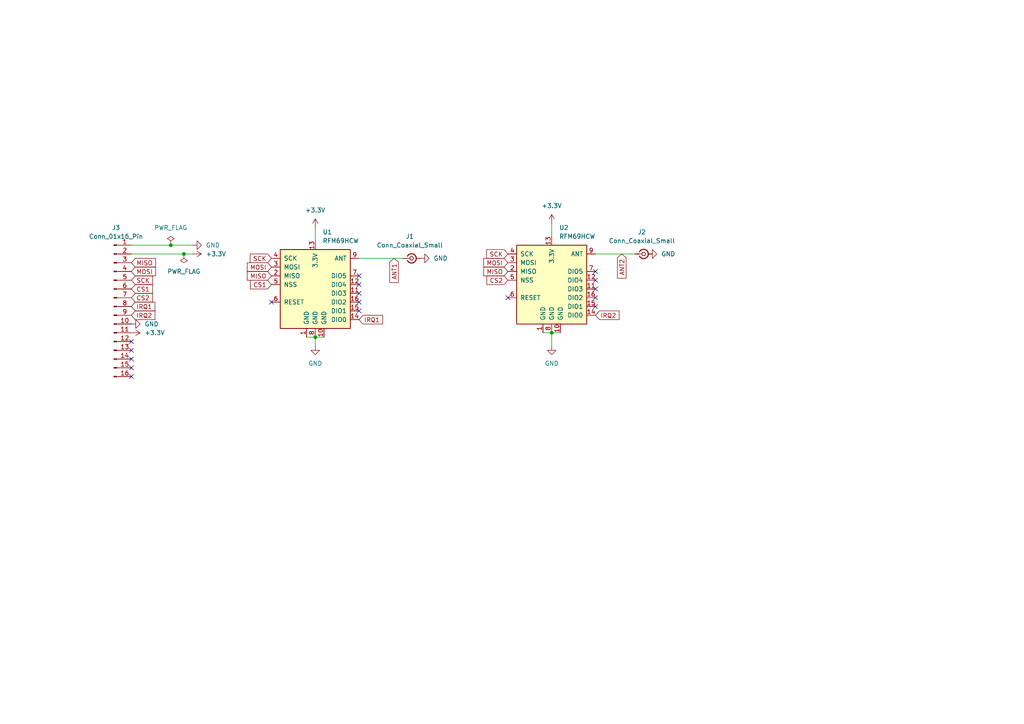
<source format=kicad_sch>
(kicad_sch (version 20250114) (generator "eeschema") (generator_version "9.0")
  (paper "A4")
  (lib_symbols
    (symbol "Connector:Conn_01x16_Pin" (pin_names (offset 1.016) (hide yes))
      (property "Reference" "J" (at 0 20.32 0))
      (property "Value" "Conn_01x16_Pin" (at 0 -22.86 0))
      (symbol "Conn_01x16_Pin_1_1"
        (rectangle (start 0.8636 17.907) (end 0 17.653) (stroke (width 0.1524)) (fill (type outline)))
        (rectangle (start 0.8636 15.367) (end 0 15.113) (stroke (width 0.1524)) (fill (type outline)))
        (rectangle (start 0.8636 12.827) (end 0 12.573) (stroke (width 0.1524)) (fill (type outline)))
        (rectangle (start 0.8636 10.287) (end 0 10.033) (stroke (width 0.1524)) (fill (type outline)))
        (rectangle (start 0.8636 7.747) (end 0 7.493) (stroke (width 0.1524)) (fill (type outline)))
        (rectangle (start 0.8636 5.207) (end 0 4.953) (stroke (width 0.1524)) (fill (type outline)))
        (rectangle (start 0.8636 2.667) (end 0 2.413) (stroke (width 0.1524)) (fill (type outline)))
        (rectangle (start 0.8636 0.127) (end 0 -0.127) (stroke (width 0.1524)) (fill (type outline)))
        (rectangle (start 0.8636 -2.413) (end 0 -2.667) (stroke (width 0.1524)) (fill (type outline)))
        (rectangle (start 0.8636 -4.953) (end 0 -5.207) (stroke (width 0.1524)) (fill (type outline)))
        (rectangle (start 0.8636 -7.493) (end 0 -7.747) (stroke (width 0.1524)) (fill (type outline)))
        (rectangle (start 0.8636 -10.033) (end 0 -10.287) (stroke (width 0.1524)) (fill (type outline)))
        (rectangle (start 0.8636 -12.573) (end 0 -12.827) (stroke (width 0.1524)) (fill (type outline)))
        (rectangle (start 0.8636 -15.113) (end 0 -15.367) (stroke (width 0.1524)) (fill (type outline)))
        (rectangle (start 0.8636 -17.653) (end 0 -17.907) (stroke (width 0.1524)) (fill (type outline)))
        (rectangle (start 0.8636 -20.193) (end 0 -20.447) (stroke (width 0.1524)) (fill (type outline)))
        (polyline (pts (xy 1.27 17.78) (xy 0.8636 17.78)) (stroke (width 0.1524)))
        (polyline (pts (xy 1.27 15.24) (xy 0.8636 15.24)) (stroke (width 0.1524)))
        (polyline (pts (xy 1.27 12.7) (xy 0.8636 12.7)) (stroke (width 0.1524)))
        (polyline (pts (xy 1.27 10.16) (xy 0.8636 10.16)) (stroke (width 0.1524)))
        (polyline (pts (xy 1.27 7.62) (xy 0.8636 7.62)) (stroke (width 0.1524)))
        (polyline (pts (xy 1.27 5.08) (xy 0.8636 5.08)) (stroke (width 0.1524)))
        (polyline (pts (xy 1.27 2.54) (xy 0.8636 2.54)) (stroke (width 0.1524)))
        (polyline (pts (xy 1.27 0) (xy 0.8636 0)) (stroke (width 0.1524)))
        (polyline (pts (xy 1.27 -2.54) (xy 0.8636 -2.54)) (stroke (width 0.1524)))
        (polyline (pts (xy 1.27 -5.08) (xy 0.8636 -5.08)) (stroke (width 0.1524)))
        (polyline (pts (xy 1.27 -7.62) (xy 0.8636 -7.62)) (stroke (width 0.1524)))
        (polyline (pts (xy 1.27 -10.16) (xy 0.8636 -10.16)) (stroke (width 0.1524)))
        (polyline (pts (xy 1.27 -12.7) (xy 0.8636 -12.7)) (stroke (width 0.1524)))
        (polyline (pts (xy 1.27 -15.24) (xy 0.8636 -15.24)) (stroke (width 0.1524)))
        (polyline (pts (xy 1.27 -17.78) (xy 0.8636 -17.78)) (stroke (width 0.1524)))
        (polyline (pts (xy 1.27 -20.32) (xy 0.8636 -20.32)) (stroke (width 0.1524)))
        (pin passive line (at 5.08 17.78 180) (length 3.81) (name "Pin_1") (number "1"))
        (pin passive line (at 5.08 15.24 180) (length 3.81) (name "Pin_2") (number "2"))
        (pin passive line (at 5.08 12.7 180) (length 3.81) (name "Pin_3") (number "3"))
        (pin passive line (at 5.08 10.16 180) (length 3.81) (name "Pin_4") (number "4"))
        (pin passive line (at 5.08 7.62 180) (length 3.81) (name "Pin_5") (number "5"))
        (pin passive line (at 5.08 5.08 180) (length 3.81) (name "Pin_6") (number "6"))
        (pin passive line (at 5.08 2.54 180) (length 3.81) (name "Pin_7") (number "7"))
        (pin passive line (at 5.08 0 180) (length 3.81) (name "Pin_8") (number "8"))
        (pin passive line (at 5.08 -2.54 180) (length 3.81) (name "Pin_9") (number "9"))
        (pin passive line (at 5.08 -5.08 180) (length 3.81) (name "Pin_10") (number "10"))
        (pin passive line (at 5.08 -7.62 180) (length 3.81) (name "Pin_11") (number "11"))
        (pin passive line (at 5.08 -10.16 180) (length 3.81) (name "Pin_12") (number "12"))
        (pin passive line (at 5.08 -12.7 180) (length 3.81) (name "Pin_13") (number "13"))
        (pin passive line (at 5.08 -15.24 180) (length 3.81) (name "Pin_14") (number "14"))
        (pin passive line (at 5.08 -17.78 180) (length 3.81) (name "Pin_15") (number "15"))
        (pin passive line (at 5.08 -20.32 180) (length 3.81) (name "Pin_16") (number "16"))
      )
    )
    (symbol "Connector:Conn_Coaxial_Small" (pin_numbers (hide yes)) (pin_names (offset 1.016) (hide yes))
      (property "Reference" "J" (at 0.254 3.048 0))
      (property "Value" "Conn_Coaxial_Small" (at 0 -3.81 0))
      (symbol "Conn_Coaxial_Small_0_1"
        (polyline (pts (xy -2.54 0) (xy -0.508 0)))
        (circle (center 0 0) (radius 0.508) (stroke (width 0.2032)))
      )
      (symbol "Conn_Coaxial_Small_1_1"
        (arc (start 1.3484 0.0039) (mid 0.327 -1.308) (end -1.1916 -0.6311) (stroke (width 0.3048)))
        (arc (start -1.1916 0.6311) (mid 0.327 1.3081) (end 1.3484 -0.0039) (stroke (width 0.3048)))
        (pin passive line (at -2.54 0 0) (length 1.27) (name "In") (number "1"))
        (pin passive line (at 2.54 0 180) (length 1.27) (name "Ext") (number "2"))
      )
    )
    (symbol "RFM69HCW_1" (pin_names (offset 1.016))
      (property "Reference" "U1" (at 2.1433 15.24 0))
      (property "Value" "RFM69HCW" (at 2.1433 12.7 0))
      (symbol "RFM69HCW_1_0_1"
        (rectangle (start -10.16 10.16) (end 10.16 -12.7) (stroke (width 0.254)) (fill (type background)))
      )
      (symbol "RFM69HCW_1_1_1"
        (pin input line (at -12.7 7.62 0) (length 2.54) (name "SCK") (number "4"))
        (pin input line (at -12.7 5.08 0) (length 2.54) (name "MOSI") (number "3"))
        (pin passive line (at -12.7 2.54 0) (length 2.54) (name "MISO") (number "2"))
        (pin input line (at -12.7 0 0) (length 2.54) (name "NSS") (number "5"))
        (pin bidirectional line (at -12.7 -5.08 0) (length 2.54) (name "RESET") (number "6"))
        (pin power_in line (at -2.54 -15.24 90) (length 2.54) (name "GND") (number "1"))
        (pin power_in line (at 0 12.7 270) (length 2.54) (name "3.3V") (number "13"))
        (pin power_in line (at 0 -15.24 90) (length 2.54) (name "GND") (number "8"))
        (pin power_in line (at 2.54 -15.24 90) (length 2.54) (name "GND") (number "10"))
        (pin bidirectional line (at 12.7 7.62 180) (length 2.54) (name "ANT") (number "9"))
        (pin bidirectional line (at 12.7 2.54 180) (length 2.54) (name "DIO5") (number "7"))
        (pin bidirectional line (at 12.7 0 180) (length 2.54) (name "DIO4") (number "12"))
        (pin bidirectional line (at 12.7 -2.54 180) (length 2.54) (name "DIO3") (number "11"))
        (pin bidirectional line (at 12.7 -5.08 180) (length 2.54) (name "DIO2") (number "16"))
        (pin bidirectional line (at 12.7 -7.62 180) (length 2.54) (name "DIO1") (number "15"))
        (pin bidirectional line (at 12.7 -10.16 180) (length 2.54) (name "DIO0") (number "14"))
      )
    )
    (symbol "RF_Module:RFM69HCW" (pin_names (offset 1.016))
      (property "Reference" "U" (at -10.414 11.684 0))
      (property "Value" "RFM69HCW" (at 1.524 11.43 0))
      (symbol "RFM69HCW_0_1"
        (rectangle (start -10.16 10.16) (end 10.16 -12.7) (stroke (width 0.254)) (fill (type background)))
      )
      (symbol "RFM69HCW_1_1"
        (pin input line (at -12.7 7.62 0) (length 2.54) (name "SCK") (number "4"))
        (pin input line (at -12.7 5.08 0) (length 2.54) (name "MOSI") (number "3"))
        (pin output line (at -12.7 2.54 0) (length 2.54) (name "MISO") (number "2"))
        (pin input line (at -12.7 0 0) (length 2.54) (name "NSS") (number "5"))
        (pin bidirectional line (at -12.7 -5.08 0) (length 2.54) (name "RESET") (number "6"))
        (pin power_in line (at -2.54 -15.24 90) (length 2.54) (name "GND") (number "1"))
        (pin power_in line (at 0 12.7 270) (length 2.54) (name "3.3V") (number "13"))
        (pin power_in line (at 0 -15.24 90) (length 2.54) (name "GND") (number "8"))
        (pin power_in line (at 2.54 -15.24 90) (length 2.54) (name "GND") (number "10"))
        (pin bidirectional line (at 12.7 7.62 180) (length 2.54) (name "ANT") (number "9"))
        (pin bidirectional line (at 12.7 2.54 180) (length 2.54) (name "DIO5") (number "7"))
        (pin bidirectional line (at 12.7 0 180) (length 2.54) (name "DIO4") (number "12"))
        (pin bidirectional line (at 12.7 -2.54 180) (length 2.54) (name "DIO3") (number "11"))
        (pin bidirectional line (at 12.7 -5.08 180) (length 2.54) (name "DIO2") (number "16"))
        (pin bidirectional line (at 12.7 -7.62 180) (length 2.54) (name "DIO1") (number "15"))
        (pin bidirectional line (at 12.7 -10.16 180) (length 2.54) (name "DIO0") (number "14"))
      )
    )
    (symbol "power:+3.3V" (power) (pin_numbers (hide yes)) (pin_names (offset 0) (hide yes))
      (property "Value" "+3.3V" (at 0 3.556 0))
      (symbol "+3.3V_0_1"
        (polyline (pts (xy -0.762 1.27) (xy 0 2.54)))
        (polyline (pts (xy 0 2.54) (xy 0.762 1.27)))
        (polyline (pts (xy 0 0) (xy 0 2.54)))
      )
      (symbol "+3.3V_1_1"
        (pin power_in line (at 0 0 90) (length 0) (name "~") (number "1"))
      )
    )
    (symbol "power:GND" (power) (pin_numbers (hide yes)) (pin_names (offset 0) (hide yes))
      (property "Value" "GND" (at 0 -3.81 0))
      (symbol "GND_0_1"
        (polyline (pts (xy 0 0) (xy 0 -1.27) (xy 1.27 -1.27) (xy 0 -2.54) (xy -1.27 -1.27) (xy 0 -1.27)))
      )
      (symbol "GND_1_1"
        (pin power_in line (at 0 0 270) (length 0) (name "~") (number "1"))
      )
    )
    (symbol "power:PWR_FLAG" (power) (pin_numbers (hide yes)) (pin_names (offset 0) (hide yes))
      (property "Value" "PWR_FLAG" (at 0 3.81 0))
      (symbol "PWR_FLAG_0_0"
        (pin power_out line (at 0 0 90) (length 0) (name "~") (number "1"))
      )
      (symbol "PWR_FLAG_0_1"
        (polyline (pts (xy 0 0) (xy 0 1.27) (xy -1.016 1.905) (xy 0 2.54) (xy 1.016 1.905) (xy 0 1.27)))
      )
    )
  )
  (junction (at 49.53 71.12))
  (junction (at 160.02 96.52))
  (junction (at 53.34 73.66))
  (junction (at 91.44 97.79))
  (no_connect (at 104.14 87.63))
  (no_connect (at 38.1 106.68))
  (no_connect (at 38.1 101.6))
  (no_connect (at 172.72 83.82))
  (no_connect (at 147.32 86.36))
  (no_connect (at 78.74 87.63))
  (no_connect (at 172.72 88.9))
  (no_connect (at 104.14 85.09))
  (no_connect (at 38.1 109.22))
  (no_connect (at 104.14 82.55))
  (no_connect (at 172.72 81.28))
  (no_connect (at 172.72 86.36))
  (no_connect (at 104.14 80.01))
  (no_connect (at 38.1 104.14))
  (no_connect (at 38.1 99.06))
  (no_connect (at 104.14 90.17))
  (no_connect (at 172.72 78.74))
  (wire (pts (xy 160.02 100.33) (xy 160.02 96.52)))
  (wire (pts (xy 49.53 71.12) (xy 38.1 71.12)))
  (wire (pts (xy 91.44 97.79) (xy 93.98 97.79)))
  (wire (pts (xy 160.02 96.52) (xy 162.56 96.52)))
  (wire (pts (xy 184.15 73.66) (xy 172.72 73.66)))
  (wire (pts (xy 157.48 96.52) (xy 160.02 96.52)))
  (wire (pts (xy 116.84 74.93) (xy 104.14 74.93)))
  (wire (pts (xy 91.44 100.33) (xy 91.44 97.79)))
  (wire (pts (xy 189.23 73.66) (xy 187.96 73.66)))
  (wire (pts (xy 160.02 64.77) (xy 160.02 68.58)))
  (wire (pts (xy 88.9 97.79) (xy 91.44 97.79)))
  (wire (pts (xy 55.88 71.12) (xy 49.53 71.12)))
  (wire (pts (xy 53.34 73.66) (xy 38.1 73.66)))
  (wire (pts (xy 91.44 66.04) (xy 91.44 69.85)))
  (wire (pts (xy 55.88 73.66) (xy 53.34 73.66)))
  (global_label "MOSI" (shape input) (at 147.32 76.2 180) (property "Intersheetrefs" "${INTERSHEET_REFS}" (effects (hide yes))))
  (global_label "ANT1" (shape input) (at 114.3 74.93 270) (property "Intersheetrefs" "${INTERSHEET_REFS}" (effects (hide yes))))
  (global_label "SCK" (shape input) (at 38.1 81.28 0) (property "Intersheetrefs" "${INTERSHEET_REFS}" (effects (hide yes))))
  (global_label "MISO" (shape input) (at 78.74 80.01 180) (property "Intersheetrefs" "${INTERSHEET_REFS}" (effects (hide yes))))
  (global_label "SCK" (shape input) (at 78.74 74.93 180) (property "Intersheetrefs" "${INTERSHEET_REFS}" (effects (hide yes))))
  (global_label "MISO" (shape input) (at 147.32 78.74 180) (property "Intersheetrefs" "${INTERSHEET_REFS}" (effects (hide yes))))
  (global_label "CS1" (shape input) (at 78.74 82.55 180) (property "Intersheetrefs" "${INTERSHEET_REFS}" (effects (hide yes))))
  (global_label "MISO" (shape input) (at 38.1 76.2 0) (property "Intersheetrefs" "${INTERSHEET_REFS}" (effects (hide yes))))
  (global_label "CS2" (shape input) (at 38.1 86.36 0) (property "Intersheetrefs" "${INTERSHEET_REFS}" (effects (hide yes))))
  (global_label "CS2" (shape input) (at 147.32 81.28 180) (property "Intersheetrefs" "${INTERSHEET_REFS}" (effects (hide yes))))
  (global_label "ANT2" (shape input) (at 180.34 73.66 270) (property "Intersheetrefs" "${INTERSHEET_REFS}" (effects (hide yes))))
  (global_label "IRQ1" (shape input) (at 104.14 92.71 0) (property "Intersheetrefs" "${INTERSHEET_REFS}" (effects (hide yes))))
  (global_label "IRQ2" (shape input) (at 172.72 91.44 0) (property "Intersheetrefs" "${INTERSHEET_REFS}" (effects (hide yes))))
  (global_label "IRQ1" (shape input) (at 38.1 88.9 0) (property "Intersheetrefs" "${INTERSHEET_REFS}" (effects (hide yes))))
  (global_label "CS1" (shape input) (at 38.1 83.82 0) (property "Intersheetrefs" "${INTERSHEET_REFS}" (effects (hide yes))))
  (global_label "MOSI" (shape input) (at 78.74 77.47 180) (property "Intersheetrefs" "${INTERSHEET_REFS}" (effects (hide yes))))
  (global_label "MOSI" (shape input) (at 38.1 78.74 0) (property "Intersheetrefs" "${INTERSHEET_REFS}" (effects (hide yes))))
  (global_label "IRQ2" (shape input) (at 38.1 91.44 0) (property "Intersheetrefs" "${INTERSHEET_REFS}" (effects (hide yes))))
  (global_label "SCK" (shape input) (at 147.32 73.66 180) (property "Intersheetrefs" "${INTERSHEET_REFS}" (effects (hide yes))))
  (symbol (lib_id "power:+3.3V") (at 55.88 73.66 270) (unit 1)
    (property "Reference" "#PWR08" (effects (hide yes)))
    (property "Value" "+3.3V" (at 59.69 73.6599 90) (effects (justify left)))
    (property "Description" "Power symbol creates a global label with name \"+3.3V\"" (effects (hide yes)))
  )
  (symbol (lib_id "power:GND") (at 160.02 100.33 0) (unit 1)
    (property "Reference" "#PWR02" (effects (hide yes)))
    (property "Value" "GND" (at 160.02 105.41 0))
    (property "Description" "Power symbol creates a global label with name \"GND\" , ground" (effects (hide yes)))
  )
  (symbol (lib_id "power:GND") (at 187.96 73.66 90) (unit 1)
    (property "Reference" "#PWR06" (effects (hide yes)))
    (property "Value" "GND" (at 191.77 73.6599 90) (effects (justify right)))
    (property "Description" "Power symbol creates a global label with name \"GND\" , ground" (effects (hide yes)))
  )
  (symbol (lib_id "power:GND") (at 121.92 74.93 90) (unit 1)
    (property "Reference" "#PWR05" (effects (hide yes)))
    (property "Value" "GND" (at 125.73 74.9299 90) (effects (justify right)))
    (property "Description" "Power symbol creates a global label with name \"GND\" , ground" (effects (hide yes)))
  )
  (symbol (lib_id "Connector:Conn_01x16_Pin") (at 33.02 88.9 0) (unit 1)
    (property "Reference" "J3" (at 33.655 66.04 0))
    (property "Value" "Conn_01x16_Pin" (at 33.655 68.58 0))
    (property "Footprint" "Connector_FFC-FPC:TE_1-84952-6_1x16-1MP_P1.0mm_Horizontal" (effects (hide yes)))
    (property "Description" "Generic connector, single row, 01x16, script generated" (effects (hide yes)))
  )
  (symbol (lib_id "power:GND") (at 55.88 71.12 90) (unit 1)
    (property "Reference" "#PWR07" (effects (hide yes)))
    (property "Value" "GND" (at 59.69 71.1199 90) (effects (justify right)))
    (property "Description" "Power symbol creates a global label with name \"GND\" , ground" (effects (hide yes)))
  )
  (symbol (lib_id "RF_Module:RFM69HCW") (at 160.02 81.28 0) (unit 1)
    (property "Reference" "U2" (at 162.1633 66.04 0) (effects (justify left)))
    (property "Value" "RFM69HCW" (at 162.1633 68.58 0) (effects (justify left)))
    (property "Footprint" "RF_Module:HOPERF_RFM9XW_SMD" (effects (hide yes)))
    (property "Datasheet" "https://www.hoperf.com/data/upload/portal/20181127/5bfcb8284d838.pdf" (effects (hide yes)))
    (property "Description" "Low power ISM Radio Transceiver Module, SPI interface, AES encryption, 434 or 915 MHz, up to 100mW, up to 300 kb/s, SMD-16, DIP-16" (effects (hide yes)))
  )
  (symbol (lib_id "power:GND") (at 91.44 100.33 0) (unit 1)
    (property "Reference" "#PWR01" (effects (hide yes)))
    (property "Value" "GND" (at 91.44 105.41 0))
    (property "Description" "Power symbol creates a global label with name \"GND\" , ground" (effects (hide yes)))
  )
  (symbol (lib_id "power:GND") (at 38.1 93.98 90) (unit 1)
    (property "Reference" "#PWR09" (effects (hide yes)))
    (property "Value" "GND" (at 41.91 93.9799 90) (effects (justify right)))
    (property "Description" "Power symbol creates a global label with name \"GND\" , ground" (effects (hide yes)))
  )
  (symbol (lib_id "power:PWR_FLAG") (at 53.34 73.66 180) (unit 1)
    (property "Reference" "#FLG01" (effects (hide yes)))
    (property "Value" "PWR_FLAG" (at 53.34 78.74 0))
    (property "Description" "Special symbol for telling ERC where power comes from" (effects (hide yes)))
  )
  (symbol (lib_id "Connector:Conn_Coaxial_Small") (at 186.69 73.66 0) (unit 1)
    (property "Reference" "J2" (at 186.1704 67.31 0))
    (property "Value" "Conn_Coaxial_Small" (at 186.1704 69.85 0))
    (property "Footprint" "Connector_Coaxial:U.FL_Hirose_U.FL-R-SMT-1_Vertical" (effects (hide yes)))
    (property "Description" "small coaxial connector (BNC, SMA, SMB, SMC, Cinch/RCA, LEMO, ...)" (effects (hide yes)))
  )
  (symbol (lib_name "RFM69HCW_1") (lib_id "RF_Module:RFM69HCW") (at 91.44 82.55 0) (unit 1)
    (property "Reference" "U1" (at 93.5833 67.31 0) (effects (justify left)))
    (property "Value" "RFM69HCW" (at 93.5833 69.85 0) (effects (justify left)))
    (property "Footprint" "RF_Module:HOPERF_RFM9XW_SMD" (effects (hide yes)))
    (property "Datasheet" "https://www.hoperf.com/data/upload/portal/20181127/5bfcb8284d838.pdf" (effects (hide yes)))
    (property "Description" "Low power ISM Radio Transceiver Module, SPI interface, AES encryption, 434 or 915 MHz, up to 100mW, up to 300 kb/s, SMD-16, DIP-16" (effects (hide yes)))
  )
  (symbol (lib_id "power:PWR_FLAG") (at 49.53 71.12 0) (unit 1)
    (property "Reference" "#FLG02" (effects (hide yes)))
    (property "Value" "PWR_FLAG" (at 49.53 66.04 0))
    (property "Description" "Special symbol for telling ERC where power comes from" (effects (hide yes)))
  )
  (symbol (lib_id "power:+3.3V") (at 38.1 96.52 270) (unit 1)
    (property "Reference" "#PWR010" (effects (hide yes)))
    (property "Value" "+3.3V" (at 41.91 96.5199 90) (effects (justify left)))
    (property "Description" "Power symbol creates a global label with name \"+3.3V\"" (effects (hide yes)))
  )
  (symbol (lib_id "power:+3.3V") (at 91.44 66.04 0) (unit 1)
    (property "Reference" "#PWR04" (effects (hide yes)))
    (property "Value" "+3.3V" (at 91.44 60.96 0))
    (property "Description" "Power symbol creates a global label with name \"+3.3V\"" (effects (hide yes)))
  )
  (symbol (lib_id "power:+3.3V") (at 160.02 64.77 0) (unit 1)
    (property "Reference" "#PWR011" (effects (hide yes)))
    (property "Value" "+3.3V" (at 160.02 59.69 0))
    (property "Description" "Power symbol creates a global label with name \"+3.3V\"" (effects (hide yes)))
  )
  (symbol (lib_id "Connector:Conn_Coaxial_Small") (at 119.38 74.93 0) (unit 1)
    (property "Reference" "J1" (at 118.8604 68.58 0))
    (property "Value" "Conn_Coaxial_Small" (at 118.8604 71.12 0))
    (property "Footprint" "Connector_Coaxial:U.FL_Hirose_U.FL-R-SMT-1_Vertical" (effects (hide yes)))
    (property "Description" "small coaxial connector (BNC, SMA, SMB, SMC, Cinch/RCA, LEMO, ...)" (effects (hide yes)))
  )
)
</source>
